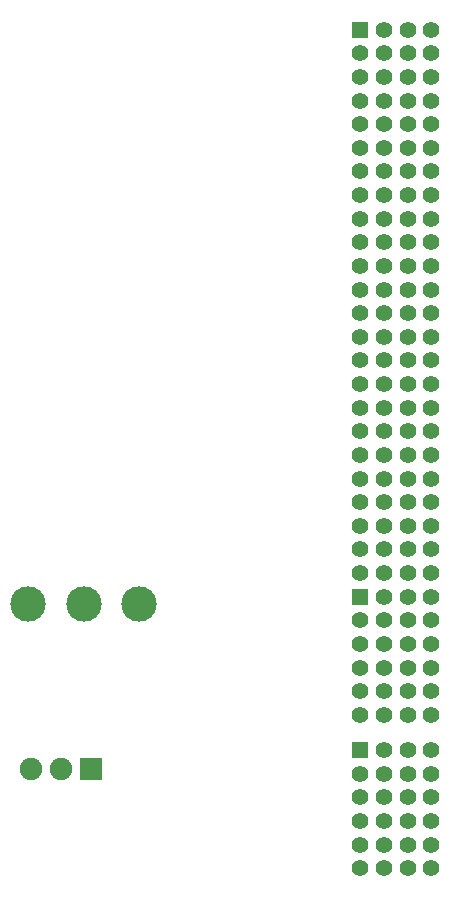
<source format=gbs>
G04 Layer_Color=16711935*
%FSLAX25Y25*%
%MOIN*%
G70*
G01*
G75*
%ADD51C,0.11824*%
%ADD52C,0.07493*%
%ADD53R,0.07493X0.07493*%
%ADD54C,0.05524*%
%ADD55R,0.05524X0.05524*%
D51*
X117717Y145276D02*
D03*
X136221D02*
D03*
X154724D02*
D03*
D52*
X118639Y90300D02*
D03*
X128639D02*
D03*
D53*
X138639D02*
D03*
D54*
X251969Y96457D02*
D03*
X244094Y72835D02*
D03*
X228346Y64961D02*
D03*
X244094Y96457D02*
D03*
X228346Y88583D02*
D03*
X251969Y72835D02*
D03*
X236221D02*
D03*
X251969Y57087D02*
D03*
X236221Y96457D02*
D03*
X251969Y80709D02*
D03*
X236221Y64961D02*
D03*
X228346Y72835D02*
D03*
X244094Y57087D02*
D03*
X228346Y80709D02*
D03*
X244094Y80709D02*
D03*
X236221Y88583D02*
D03*
X251969Y64961D02*
D03*
X236221Y57087D02*
D03*
X251969Y88583D02*
D03*
X236221Y80709D02*
D03*
X244094Y64961D02*
D03*
X228346Y57087D02*
D03*
X244094Y88583D02*
D03*
Y139765D02*
D03*
X228346Y124017D02*
D03*
X244094Y116143D02*
D03*
X236221Y147639D02*
D03*
X251969Y139765D02*
D03*
X236221Y124017D02*
D03*
X251969Y116143D02*
D03*
X236221Y139765D02*
D03*
X244094Y147639D02*
D03*
X228346Y131891D02*
D03*
X244094Y124017D02*
D03*
X228346Y108269D02*
D03*
X236221Y116143D02*
D03*
X251969Y147639D02*
D03*
X236221Y131891D02*
D03*
X251969Y124017D02*
D03*
X236221Y108269D02*
D03*
X251969D02*
D03*
X228346Y139765D02*
D03*
X244094Y131891D02*
D03*
X228346Y116143D02*
D03*
X244094Y108269D02*
D03*
X251969Y131891D02*
D03*
Y273624D02*
D03*
X244094Y250002D02*
D03*
X228346Y257876D02*
D03*
X244094Y273624D02*
D03*
X228346Y281498D02*
D03*
X251969Y250002D02*
D03*
X236221D02*
D03*
X251969Y265750D02*
D03*
X236221Y273624D02*
D03*
X251969Y289372D02*
D03*
X236221Y257876D02*
D03*
X228346Y250002D02*
D03*
X244094Y265750D02*
D03*
X228346Y273624D02*
D03*
X244094Y289372D02*
D03*
X236221Y281498D02*
D03*
X251969Y257876D02*
D03*
X236221Y265750D02*
D03*
X251969Y281498D02*
D03*
X236221Y289372D02*
D03*
X244094Y257876D02*
D03*
X228346Y265750D02*
D03*
X244094Y281498D02*
D03*
X228346Y289372D02*
D03*
X244094Y328742D02*
D03*
X228346Y312994D02*
D03*
X244094Y305120D02*
D03*
X236221Y336616D02*
D03*
X251969Y328742D02*
D03*
X236221Y312994D02*
D03*
X251969Y305120D02*
D03*
X236221Y328742D02*
D03*
X244094Y336616D02*
D03*
X228346Y320868D02*
D03*
X244094Y312994D02*
D03*
X228346Y297246D02*
D03*
X236221Y305120D02*
D03*
X251969Y336616D02*
D03*
X236221Y320868D02*
D03*
X251969Y312994D02*
D03*
X236221Y297246D02*
D03*
X251969D02*
D03*
X228346Y328742D02*
D03*
X244094Y320868D02*
D03*
X228346Y305120D02*
D03*
X244094Y297246D02*
D03*
X251969Y320868D02*
D03*
Y226380D02*
D03*
X244094Y202758D02*
D03*
X228346Y210632D02*
D03*
X244094Y226380D02*
D03*
X228346Y234254D02*
D03*
X251969Y202758D02*
D03*
X236221D02*
D03*
X251969Y218506D02*
D03*
X236221Y226380D02*
D03*
X251969Y242128D02*
D03*
X236221Y210632D02*
D03*
X228346Y202758D02*
D03*
X244094Y218506D02*
D03*
X228346Y226380D02*
D03*
X244094Y242128D02*
D03*
X236221Y234254D02*
D03*
X251969Y210632D02*
D03*
X236221Y218506D02*
D03*
X251969Y234254D02*
D03*
X236221Y242128D02*
D03*
X244094Y210632D02*
D03*
X228346Y218506D02*
D03*
X244094Y234254D02*
D03*
X228346Y242128D02*
D03*
Y194884D02*
D03*
X244094Y187010D02*
D03*
X228346Y171262D02*
D03*
X244094Y163388D02*
D03*
X236221Y194884D02*
D03*
X251969Y187010D02*
D03*
X236221Y171262D02*
D03*
X251969Y163388D02*
D03*
X236221Y187010D02*
D03*
X244094Y194884D02*
D03*
X228346Y179136D02*
D03*
X244094Y171262D02*
D03*
X228346Y155514D02*
D03*
X236221Y163388D02*
D03*
X251969Y194884D02*
D03*
X236221Y179136D02*
D03*
X251969Y171262D02*
D03*
X236221Y155514D02*
D03*
X251969D02*
D03*
X228346Y187010D02*
D03*
X244094Y179136D02*
D03*
X228346Y163388D02*
D03*
X244094Y155514D02*
D03*
X251969Y179136D02*
D03*
D55*
X228346Y96457D02*
D03*
Y147639D02*
D03*
Y336616D02*
D03*
M02*

</source>
